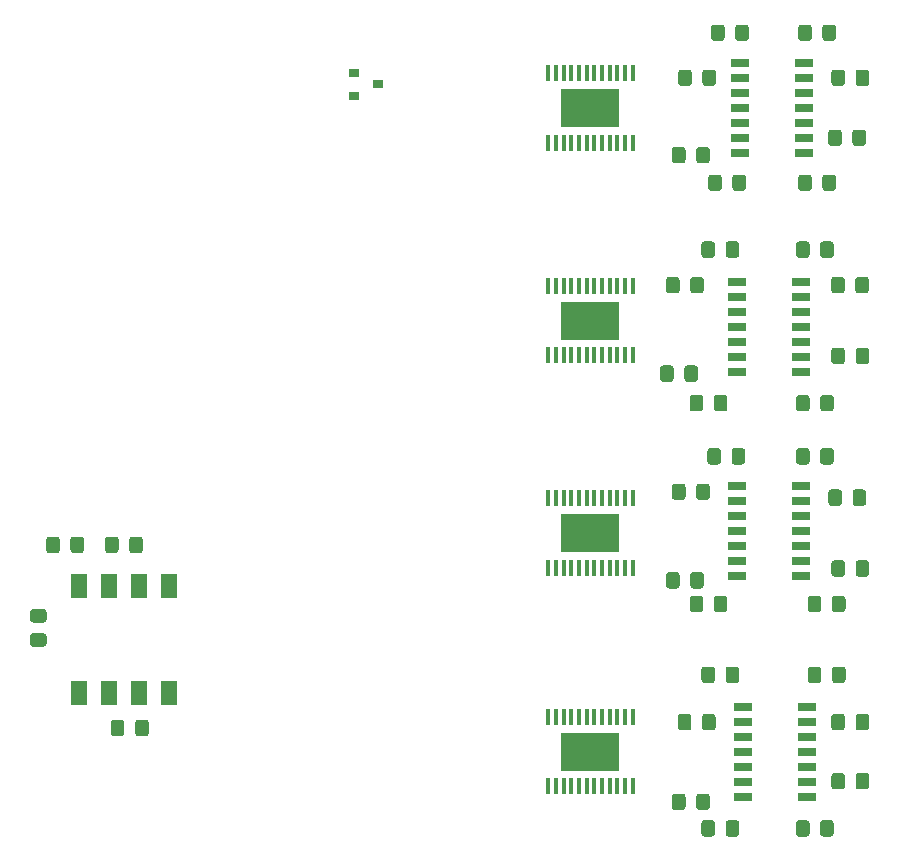
<source format=gbr>
%TF.GenerationSoftware,KiCad,Pcbnew,(5.1.7)-1*%
%TF.CreationDate,2021-02-27T14:43:54+01:00*%
%TF.ProjectId,MidiToCV,4d696469-546f-4435-962e-6b696361645f,rev?*%
%TF.SameCoordinates,Original*%
%TF.FileFunction,Paste,Top*%
%TF.FilePolarity,Positive*%
%FSLAX46Y46*%
G04 Gerber Fmt 4.6, Leading zero omitted, Abs format (unit mm)*
G04 Created by KiCad (PCBNEW (5.1.7)-1) date 2021-02-27 14:43:54*
%MOMM*%
%LPD*%
G01*
G04 APERTURE LIST*
%ADD10R,1.450000X2.100000*%
%ADD11R,0.900000X0.800000*%
%ADD12R,0.450000X1.475000*%
%ADD13R,5.020000X3.250000*%
%ADD14R,1.525000X0.650000*%
G04 APERTURE END LIST*
D10*
%TO.C,U4*%
X43690000Y-67450000D03*
X46230000Y-67450000D03*
X48770000Y-67450000D03*
X51310000Y-67450000D03*
X51310000Y-76550000D03*
X48770000Y-76550000D03*
X46230000Y-76550000D03*
X43690000Y-76550000D03*
%TD*%
%TO.C,R34*%
G36*
G01*
X47050000Y-63549999D02*
X47050000Y-64450001D01*
G75*
G02*
X46800001Y-64700000I-249999J0D01*
G01*
X46149999Y-64700000D01*
G75*
G02*
X45900000Y-64450001I0J249999D01*
G01*
X45900000Y-63549999D01*
G75*
G02*
X46149999Y-63300000I249999J0D01*
G01*
X46800001Y-63300000D01*
G75*
G02*
X47050000Y-63549999I0J-249999D01*
G01*
G37*
G36*
G01*
X49100000Y-63549999D02*
X49100000Y-64450001D01*
G75*
G02*
X48850001Y-64700000I-249999J0D01*
G01*
X48199999Y-64700000D01*
G75*
G02*
X47950000Y-64450001I0J249999D01*
G01*
X47950000Y-63549999D01*
G75*
G02*
X48199999Y-63300000I249999J0D01*
G01*
X48850001Y-63300000D01*
G75*
G02*
X49100000Y-63549999I0J-249999D01*
G01*
G37*
%TD*%
%TO.C,R33*%
G36*
G01*
X40700001Y-70575000D02*
X39799999Y-70575000D01*
G75*
G02*
X39550000Y-70325001I0J249999D01*
G01*
X39550000Y-69674999D01*
G75*
G02*
X39799999Y-69425000I249999J0D01*
G01*
X40700001Y-69425000D01*
G75*
G02*
X40950000Y-69674999I0J-249999D01*
G01*
X40950000Y-70325001D01*
G75*
G02*
X40700001Y-70575000I-249999J0D01*
G01*
G37*
G36*
G01*
X40700001Y-72625000D02*
X39799999Y-72625000D01*
G75*
G02*
X39550000Y-72375001I0J249999D01*
G01*
X39550000Y-71724999D01*
G75*
G02*
X39799999Y-71475000I249999J0D01*
G01*
X40700001Y-71475000D01*
G75*
G02*
X40950000Y-71724999I0J-249999D01*
G01*
X40950000Y-72375001D01*
G75*
G02*
X40700001Y-72625000I-249999J0D01*
G01*
G37*
%TD*%
%TO.C,D1*%
G36*
G01*
X48450000Y-79950001D02*
X48450000Y-79049999D01*
G75*
G02*
X48699999Y-78800000I249999J0D01*
G01*
X49350001Y-78800000D01*
G75*
G02*
X49600000Y-79049999I0J-249999D01*
G01*
X49600000Y-79950001D01*
G75*
G02*
X49350001Y-80200000I-249999J0D01*
G01*
X48699999Y-80200000D01*
G75*
G02*
X48450000Y-79950001I0J249999D01*
G01*
G37*
G36*
G01*
X46400000Y-79950001D02*
X46400000Y-79049999D01*
G75*
G02*
X46649999Y-78800000I249999J0D01*
G01*
X47300001Y-78800000D01*
G75*
G02*
X47550000Y-79049999I0J-249999D01*
G01*
X47550000Y-79950001D01*
G75*
G02*
X47300001Y-80200000I-249999J0D01*
G01*
X46649999Y-80200000D01*
G75*
G02*
X46400000Y-79950001I0J249999D01*
G01*
G37*
%TD*%
%TO.C,C1*%
G36*
G01*
X42975000Y-64450001D02*
X42975000Y-63549999D01*
G75*
G02*
X43224999Y-63300000I249999J0D01*
G01*
X43875001Y-63300000D01*
G75*
G02*
X44125000Y-63549999I0J-249999D01*
G01*
X44125000Y-64450001D01*
G75*
G02*
X43875001Y-64700000I-249999J0D01*
G01*
X43224999Y-64700000D01*
G75*
G02*
X42975000Y-64450001I0J249999D01*
G01*
G37*
G36*
G01*
X40925000Y-64450001D02*
X40925000Y-63549999D01*
G75*
G02*
X41174999Y-63300000I249999J0D01*
G01*
X41825001Y-63300000D01*
G75*
G02*
X42075000Y-63549999I0J-249999D01*
G01*
X42075000Y-64450001D01*
G75*
G02*
X41825001Y-64700000I-249999J0D01*
G01*
X41174999Y-64700000D01*
G75*
G02*
X40925000Y-64450001I0J249999D01*
G01*
G37*
%TD*%
D11*
%TO.C,U2*%
X69000000Y-25000000D03*
X67000000Y-25950000D03*
X67000000Y-24050000D03*
%TD*%
D12*
%TO.C,IC4*%
X90575000Y-78562000D03*
X89925000Y-78562000D03*
X89275000Y-78562000D03*
X88625000Y-78562000D03*
X87975000Y-78562000D03*
X87325000Y-78562000D03*
X86675000Y-78562000D03*
X86025000Y-78562000D03*
X85375000Y-78562000D03*
X84725000Y-78562000D03*
X84075000Y-78562000D03*
X83425000Y-78562000D03*
X83425000Y-84438000D03*
X84075000Y-84438000D03*
X84725000Y-84438000D03*
X85375000Y-84438000D03*
X86025000Y-84438000D03*
X86675000Y-84438000D03*
X87325000Y-84438000D03*
X87975000Y-84438000D03*
X88625000Y-84438000D03*
X89275000Y-84438000D03*
X89925000Y-84438000D03*
X90575000Y-84438000D03*
D13*
X87000000Y-81500000D03*
%TD*%
D12*
%TO.C,IC3*%
X90575000Y-60062000D03*
X89925000Y-60062000D03*
X89275000Y-60062000D03*
X88625000Y-60062000D03*
X87975000Y-60062000D03*
X87325000Y-60062000D03*
X86675000Y-60062000D03*
X86025000Y-60062000D03*
X85375000Y-60062000D03*
X84725000Y-60062000D03*
X84075000Y-60062000D03*
X83425000Y-60062000D03*
X83425000Y-65938000D03*
X84075000Y-65938000D03*
X84725000Y-65938000D03*
X85375000Y-65938000D03*
X86025000Y-65938000D03*
X86675000Y-65938000D03*
X87325000Y-65938000D03*
X87975000Y-65938000D03*
X88625000Y-65938000D03*
X89275000Y-65938000D03*
X89925000Y-65938000D03*
X90575000Y-65938000D03*
D13*
X87000000Y-63000000D03*
%TD*%
D12*
%TO.C,IC2*%
X90575000Y-42062000D03*
X89925000Y-42062000D03*
X89275000Y-42062000D03*
X88625000Y-42062000D03*
X87975000Y-42062000D03*
X87325000Y-42062000D03*
X86675000Y-42062000D03*
X86025000Y-42062000D03*
X85375000Y-42062000D03*
X84725000Y-42062000D03*
X84075000Y-42062000D03*
X83425000Y-42062000D03*
X83425000Y-47938000D03*
X84075000Y-47938000D03*
X84725000Y-47938000D03*
X85375000Y-47938000D03*
X86025000Y-47938000D03*
X86675000Y-47938000D03*
X87325000Y-47938000D03*
X87975000Y-47938000D03*
X88625000Y-47938000D03*
X89275000Y-47938000D03*
X89925000Y-47938000D03*
X90575000Y-47938000D03*
D13*
X87000000Y-45000000D03*
%TD*%
D12*
%TO.C,IC1*%
X90575000Y-24062000D03*
X89925000Y-24062000D03*
X89275000Y-24062000D03*
X88625000Y-24062000D03*
X87975000Y-24062000D03*
X87325000Y-24062000D03*
X86675000Y-24062000D03*
X86025000Y-24062000D03*
X85375000Y-24062000D03*
X84725000Y-24062000D03*
X84075000Y-24062000D03*
X83425000Y-24062000D03*
X83425000Y-29938000D03*
X84075000Y-29938000D03*
X84725000Y-29938000D03*
X85375000Y-29938000D03*
X86025000Y-29938000D03*
X86675000Y-29938000D03*
X87325000Y-29938000D03*
X87975000Y-29938000D03*
X88625000Y-29938000D03*
X89275000Y-29938000D03*
X89925000Y-29938000D03*
X90575000Y-29938000D03*
D13*
X87000000Y-27000000D03*
%TD*%
D14*
%TO.C,U7*%
X99893000Y-77705000D03*
X99893000Y-78975000D03*
X99893000Y-80245000D03*
X99893000Y-81515000D03*
X99893000Y-82785000D03*
X99893000Y-84055000D03*
X99893000Y-85325000D03*
X105317000Y-85325000D03*
X105317000Y-84055000D03*
X105317000Y-82785000D03*
X105317000Y-81515000D03*
X105317000Y-80245000D03*
X105317000Y-78975000D03*
X105317000Y-77705000D03*
%TD*%
%TO.C,U5*%
X99413000Y-58975000D03*
X99413000Y-60245000D03*
X99413000Y-61515000D03*
X99413000Y-62785000D03*
X99413000Y-64055000D03*
X99413000Y-65325000D03*
X99413000Y-66595000D03*
X104837000Y-66595000D03*
X104837000Y-65325000D03*
X104837000Y-64055000D03*
X104837000Y-62785000D03*
X104837000Y-61515000D03*
X104837000Y-60245000D03*
X104837000Y-58975000D03*
%TD*%
%TO.C,U3*%
X99413000Y-41705000D03*
X99413000Y-42975000D03*
X99413000Y-44245000D03*
X99413000Y-45515000D03*
X99413000Y-46785000D03*
X99413000Y-48055000D03*
X99413000Y-49325000D03*
X104837000Y-49325000D03*
X104837000Y-48055000D03*
X104837000Y-46785000D03*
X104837000Y-45515000D03*
X104837000Y-44245000D03*
X104837000Y-42975000D03*
X104837000Y-41705000D03*
%TD*%
%TO.C,R32*%
G36*
G01*
X108550000Y-83549999D02*
X108550000Y-84450001D01*
G75*
G02*
X108300001Y-84700000I-249999J0D01*
G01*
X107649999Y-84700000D01*
G75*
G02*
X107400000Y-84450001I0J249999D01*
G01*
X107400000Y-83549999D01*
G75*
G02*
X107649999Y-83300000I249999J0D01*
G01*
X108300001Y-83300000D01*
G75*
G02*
X108550000Y-83549999I0J-249999D01*
G01*
G37*
G36*
G01*
X110600000Y-83549999D02*
X110600000Y-84450001D01*
G75*
G02*
X110350001Y-84700000I-249999J0D01*
G01*
X109699999Y-84700000D01*
G75*
G02*
X109450000Y-84450001I0J249999D01*
G01*
X109450000Y-83549999D01*
G75*
G02*
X109699999Y-83300000I249999J0D01*
G01*
X110350001Y-83300000D01*
G75*
G02*
X110600000Y-83549999I0J-249999D01*
G01*
G37*
%TD*%
%TO.C,R31*%
G36*
G01*
X109450000Y-79450001D02*
X109450000Y-78549999D01*
G75*
G02*
X109699999Y-78300000I249999J0D01*
G01*
X110350001Y-78300000D01*
G75*
G02*
X110600000Y-78549999I0J-249999D01*
G01*
X110600000Y-79450001D01*
G75*
G02*
X110350001Y-79700000I-249999J0D01*
G01*
X109699999Y-79700000D01*
G75*
G02*
X109450000Y-79450001I0J249999D01*
G01*
G37*
G36*
G01*
X107400000Y-79450001D02*
X107400000Y-78549999D01*
G75*
G02*
X107649999Y-78300000I249999J0D01*
G01*
X108300001Y-78300000D01*
G75*
G02*
X108550000Y-78549999I0J-249999D01*
G01*
X108550000Y-79450001D01*
G75*
G02*
X108300001Y-79700000I-249999J0D01*
G01*
X107649999Y-79700000D01*
G75*
G02*
X107400000Y-79450001I0J249999D01*
G01*
G37*
%TD*%
%TO.C,R30*%
G36*
G01*
X106450000Y-88450001D02*
X106450000Y-87549999D01*
G75*
G02*
X106699999Y-87300000I249999J0D01*
G01*
X107350001Y-87300000D01*
G75*
G02*
X107600000Y-87549999I0J-249999D01*
G01*
X107600000Y-88450001D01*
G75*
G02*
X107350001Y-88700000I-249999J0D01*
G01*
X106699999Y-88700000D01*
G75*
G02*
X106450000Y-88450001I0J249999D01*
G01*
G37*
G36*
G01*
X104400000Y-88450001D02*
X104400000Y-87549999D01*
G75*
G02*
X104649999Y-87300000I249999J0D01*
G01*
X105300001Y-87300000D01*
G75*
G02*
X105550000Y-87549999I0J-249999D01*
G01*
X105550000Y-88450001D01*
G75*
G02*
X105300001Y-88700000I-249999J0D01*
G01*
X104649999Y-88700000D01*
G75*
G02*
X104400000Y-88450001I0J249999D01*
G01*
G37*
%TD*%
%TO.C,R29*%
G36*
G01*
X106550000Y-74549999D02*
X106550000Y-75450001D01*
G75*
G02*
X106300001Y-75700000I-249999J0D01*
G01*
X105649999Y-75700000D01*
G75*
G02*
X105400000Y-75450001I0J249999D01*
G01*
X105400000Y-74549999D01*
G75*
G02*
X105649999Y-74300000I249999J0D01*
G01*
X106300001Y-74300000D01*
G75*
G02*
X106550000Y-74549999I0J-249999D01*
G01*
G37*
G36*
G01*
X108600000Y-74549999D02*
X108600000Y-75450001D01*
G75*
G02*
X108350001Y-75700000I-249999J0D01*
G01*
X107699999Y-75700000D01*
G75*
G02*
X107450000Y-75450001I0J249999D01*
G01*
X107450000Y-74549999D01*
G75*
G02*
X107699999Y-74300000I249999J0D01*
G01*
X108350001Y-74300000D01*
G75*
G02*
X108600000Y-74549999I0J-249999D01*
G01*
G37*
%TD*%
%TO.C,R28*%
G36*
G01*
X98450000Y-75450001D02*
X98450000Y-74549999D01*
G75*
G02*
X98699999Y-74300000I249999J0D01*
G01*
X99350001Y-74300000D01*
G75*
G02*
X99600000Y-74549999I0J-249999D01*
G01*
X99600000Y-75450001D01*
G75*
G02*
X99350001Y-75700000I-249999J0D01*
G01*
X98699999Y-75700000D01*
G75*
G02*
X98450000Y-75450001I0J249999D01*
G01*
G37*
G36*
G01*
X96400000Y-75450001D02*
X96400000Y-74549999D01*
G75*
G02*
X96649999Y-74300000I249999J0D01*
G01*
X97300001Y-74300000D01*
G75*
G02*
X97550000Y-74549999I0J-249999D01*
G01*
X97550000Y-75450001D01*
G75*
G02*
X97300001Y-75700000I-249999J0D01*
G01*
X96649999Y-75700000D01*
G75*
G02*
X96400000Y-75450001I0J249999D01*
G01*
G37*
%TD*%
%TO.C,R27*%
G36*
G01*
X97550000Y-87549999D02*
X97550000Y-88450001D01*
G75*
G02*
X97300001Y-88700000I-249999J0D01*
G01*
X96649999Y-88700000D01*
G75*
G02*
X96400000Y-88450001I0J249999D01*
G01*
X96400000Y-87549999D01*
G75*
G02*
X96649999Y-87300000I249999J0D01*
G01*
X97300001Y-87300000D01*
G75*
G02*
X97550000Y-87549999I0J-249999D01*
G01*
G37*
G36*
G01*
X99600000Y-87549999D02*
X99600000Y-88450001D01*
G75*
G02*
X99350001Y-88700000I-249999J0D01*
G01*
X98699999Y-88700000D01*
G75*
G02*
X98450000Y-88450001I0J249999D01*
G01*
X98450000Y-87549999D01*
G75*
G02*
X98699999Y-87300000I249999J0D01*
G01*
X99350001Y-87300000D01*
G75*
G02*
X99600000Y-87549999I0J-249999D01*
G01*
G37*
%TD*%
%TO.C,R26*%
G36*
G01*
X96450000Y-79450001D02*
X96450000Y-78549999D01*
G75*
G02*
X96699999Y-78300000I249999J0D01*
G01*
X97350001Y-78300000D01*
G75*
G02*
X97600000Y-78549999I0J-249999D01*
G01*
X97600000Y-79450001D01*
G75*
G02*
X97350001Y-79700000I-249999J0D01*
G01*
X96699999Y-79700000D01*
G75*
G02*
X96450000Y-79450001I0J249999D01*
G01*
G37*
G36*
G01*
X94400000Y-79450001D02*
X94400000Y-78549999D01*
G75*
G02*
X94649999Y-78300000I249999J0D01*
G01*
X95300001Y-78300000D01*
G75*
G02*
X95550000Y-78549999I0J-249999D01*
G01*
X95550000Y-79450001D01*
G75*
G02*
X95300001Y-79700000I-249999J0D01*
G01*
X94649999Y-79700000D01*
G75*
G02*
X94400000Y-79450001I0J249999D01*
G01*
G37*
%TD*%
%TO.C,R25*%
G36*
G01*
X95050000Y-85299999D02*
X95050000Y-86200001D01*
G75*
G02*
X94800001Y-86450000I-249999J0D01*
G01*
X94149999Y-86450000D01*
G75*
G02*
X93900000Y-86200001I0J249999D01*
G01*
X93900000Y-85299999D01*
G75*
G02*
X94149999Y-85050000I249999J0D01*
G01*
X94800001Y-85050000D01*
G75*
G02*
X95050000Y-85299999I0J-249999D01*
G01*
G37*
G36*
G01*
X97100000Y-85299999D02*
X97100000Y-86200001D01*
G75*
G02*
X96850001Y-86450000I-249999J0D01*
G01*
X96199999Y-86450000D01*
G75*
G02*
X95950000Y-86200001I0J249999D01*
G01*
X95950000Y-85299999D01*
G75*
G02*
X96199999Y-85050000I249999J0D01*
G01*
X96850001Y-85050000D01*
G75*
G02*
X97100000Y-85299999I0J-249999D01*
G01*
G37*
%TD*%
%TO.C,R24*%
G36*
G01*
X108550000Y-65549999D02*
X108550000Y-66450001D01*
G75*
G02*
X108300001Y-66700000I-249999J0D01*
G01*
X107649999Y-66700000D01*
G75*
G02*
X107400000Y-66450001I0J249999D01*
G01*
X107400000Y-65549999D01*
G75*
G02*
X107649999Y-65300000I249999J0D01*
G01*
X108300001Y-65300000D01*
G75*
G02*
X108550000Y-65549999I0J-249999D01*
G01*
G37*
G36*
G01*
X110600000Y-65549999D02*
X110600000Y-66450001D01*
G75*
G02*
X110350001Y-66700000I-249999J0D01*
G01*
X109699999Y-66700000D01*
G75*
G02*
X109450000Y-66450001I0J249999D01*
G01*
X109450000Y-65549999D01*
G75*
G02*
X109699999Y-65300000I249999J0D01*
G01*
X110350001Y-65300000D01*
G75*
G02*
X110600000Y-65549999I0J-249999D01*
G01*
G37*
%TD*%
%TO.C,R23*%
G36*
G01*
X109200000Y-60450001D02*
X109200000Y-59549999D01*
G75*
G02*
X109449999Y-59300000I249999J0D01*
G01*
X110100001Y-59300000D01*
G75*
G02*
X110350000Y-59549999I0J-249999D01*
G01*
X110350000Y-60450001D01*
G75*
G02*
X110100001Y-60700000I-249999J0D01*
G01*
X109449999Y-60700000D01*
G75*
G02*
X109200000Y-60450001I0J249999D01*
G01*
G37*
G36*
G01*
X107150000Y-60450001D02*
X107150000Y-59549999D01*
G75*
G02*
X107399999Y-59300000I249999J0D01*
G01*
X108050001Y-59300000D01*
G75*
G02*
X108300000Y-59549999I0J-249999D01*
G01*
X108300000Y-60450001D01*
G75*
G02*
X108050001Y-60700000I-249999J0D01*
G01*
X107399999Y-60700000D01*
G75*
G02*
X107150000Y-60450001I0J249999D01*
G01*
G37*
%TD*%
%TO.C,R22*%
G36*
G01*
X107450000Y-69450001D02*
X107450000Y-68549999D01*
G75*
G02*
X107699999Y-68300000I249999J0D01*
G01*
X108350001Y-68300000D01*
G75*
G02*
X108600000Y-68549999I0J-249999D01*
G01*
X108600000Y-69450001D01*
G75*
G02*
X108350001Y-69700000I-249999J0D01*
G01*
X107699999Y-69700000D01*
G75*
G02*
X107450000Y-69450001I0J249999D01*
G01*
G37*
G36*
G01*
X105400000Y-69450001D02*
X105400000Y-68549999D01*
G75*
G02*
X105649999Y-68300000I249999J0D01*
G01*
X106300001Y-68300000D01*
G75*
G02*
X106550000Y-68549999I0J-249999D01*
G01*
X106550000Y-69450001D01*
G75*
G02*
X106300001Y-69700000I-249999J0D01*
G01*
X105649999Y-69700000D01*
G75*
G02*
X105400000Y-69450001I0J249999D01*
G01*
G37*
%TD*%
%TO.C,R21*%
G36*
G01*
X105550000Y-56049999D02*
X105550000Y-56950001D01*
G75*
G02*
X105300001Y-57200000I-249999J0D01*
G01*
X104649999Y-57200000D01*
G75*
G02*
X104400000Y-56950001I0J249999D01*
G01*
X104400000Y-56049999D01*
G75*
G02*
X104649999Y-55800000I249999J0D01*
G01*
X105300001Y-55800000D01*
G75*
G02*
X105550000Y-56049999I0J-249999D01*
G01*
G37*
G36*
G01*
X107600000Y-56049999D02*
X107600000Y-56950001D01*
G75*
G02*
X107350001Y-57200000I-249999J0D01*
G01*
X106699999Y-57200000D01*
G75*
G02*
X106450000Y-56950001I0J249999D01*
G01*
X106450000Y-56049999D01*
G75*
G02*
X106699999Y-55800000I249999J0D01*
G01*
X107350001Y-55800000D01*
G75*
G02*
X107600000Y-56049999I0J-249999D01*
G01*
G37*
%TD*%
%TO.C,R20*%
G36*
G01*
X98950000Y-56950001D02*
X98950000Y-56049999D01*
G75*
G02*
X99199999Y-55800000I249999J0D01*
G01*
X99850001Y-55800000D01*
G75*
G02*
X100100000Y-56049999I0J-249999D01*
G01*
X100100000Y-56950001D01*
G75*
G02*
X99850001Y-57200000I-249999J0D01*
G01*
X99199999Y-57200000D01*
G75*
G02*
X98950000Y-56950001I0J249999D01*
G01*
G37*
G36*
G01*
X96900000Y-56950001D02*
X96900000Y-56049999D01*
G75*
G02*
X97149999Y-55800000I249999J0D01*
G01*
X97800001Y-55800000D01*
G75*
G02*
X98050000Y-56049999I0J-249999D01*
G01*
X98050000Y-56950001D01*
G75*
G02*
X97800001Y-57200000I-249999J0D01*
G01*
X97149999Y-57200000D01*
G75*
G02*
X96900000Y-56950001I0J249999D01*
G01*
G37*
%TD*%
%TO.C,R19*%
G36*
G01*
X96550000Y-68549999D02*
X96550000Y-69450001D01*
G75*
G02*
X96300001Y-69700000I-249999J0D01*
G01*
X95649999Y-69700000D01*
G75*
G02*
X95400000Y-69450001I0J249999D01*
G01*
X95400000Y-68549999D01*
G75*
G02*
X95649999Y-68300000I249999J0D01*
G01*
X96300001Y-68300000D01*
G75*
G02*
X96550000Y-68549999I0J-249999D01*
G01*
G37*
G36*
G01*
X98600000Y-68549999D02*
X98600000Y-69450001D01*
G75*
G02*
X98350001Y-69700000I-249999J0D01*
G01*
X97699999Y-69700000D01*
G75*
G02*
X97450000Y-69450001I0J249999D01*
G01*
X97450000Y-68549999D01*
G75*
G02*
X97699999Y-68300000I249999J0D01*
G01*
X98350001Y-68300000D01*
G75*
G02*
X98600000Y-68549999I0J-249999D01*
G01*
G37*
%TD*%
%TO.C,R18*%
G36*
G01*
X95950000Y-59950001D02*
X95950000Y-59049999D01*
G75*
G02*
X96199999Y-58800000I249999J0D01*
G01*
X96850001Y-58800000D01*
G75*
G02*
X97100000Y-59049999I0J-249999D01*
G01*
X97100000Y-59950001D01*
G75*
G02*
X96850001Y-60200000I-249999J0D01*
G01*
X96199999Y-60200000D01*
G75*
G02*
X95950000Y-59950001I0J249999D01*
G01*
G37*
G36*
G01*
X93900000Y-59950001D02*
X93900000Y-59049999D01*
G75*
G02*
X94149999Y-58800000I249999J0D01*
G01*
X94800001Y-58800000D01*
G75*
G02*
X95050000Y-59049999I0J-249999D01*
G01*
X95050000Y-59950001D01*
G75*
G02*
X94800001Y-60200000I-249999J0D01*
G01*
X94149999Y-60200000D01*
G75*
G02*
X93900000Y-59950001I0J249999D01*
G01*
G37*
%TD*%
%TO.C,R17*%
G36*
G01*
X94550000Y-66549999D02*
X94550000Y-67450001D01*
G75*
G02*
X94300001Y-67700000I-249999J0D01*
G01*
X93649999Y-67700000D01*
G75*
G02*
X93400000Y-67450001I0J249999D01*
G01*
X93400000Y-66549999D01*
G75*
G02*
X93649999Y-66300000I249999J0D01*
G01*
X94300001Y-66300000D01*
G75*
G02*
X94550000Y-66549999I0J-249999D01*
G01*
G37*
G36*
G01*
X96600000Y-66549999D02*
X96600000Y-67450001D01*
G75*
G02*
X96350001Y-67700000I-249999J0D01*
G01*
X95699999Y-67700000D01*
G75*
G02*
X95450000Y-67450001I0J249999D01*
G01*
X95450000Y-66549999D01*
G75*
G02*
X95699999Y-66300000I249999J0D01*
G01*
X96350001Y-66300000D01*
G75*
G02*
X96600000Y-66549999I0J-249999D01*
G01*
G37*
%TD*%
%TO.C,R16*%
G36*
G01*
X108550000Y-47549999D02*
X108550000Y-48450001D01*
G75*
G02*
X108300001Y-48700000I-249999J0D01*
G01*
X107649999Y-48700000D01*
G75*
G02*
X107400000Y-48450001I0J249999D01*
G01*
X107400000Y-47549999D01*
G75*
G02*
X107649999Y-47300000I249999J0D01*
G01*
X108300001Y-47300000D01*
G75*
G02*
X108550000Y-47549999I0J-249999D01*
G01*
G37*
G36*
G01*
X110600000Y-47549999D02*
X110600000Y-48450001D01*
G75*
G02*
X110350001Y-48700000I-249999J0D01*
G01*
X109699999Y-48700000D01*
G75*
G02*
X109450000Y-48450001I0J249999D01*
G01*
X109450000Y-47549999D01*
G75*
G02*
X109699999Y-47300000I249999J0D01*
G01*
X110350001Y-47300000D01*
G75*
G02*
X110600000Y-47549999I0J-249999D01*
G01*
G37*
%TD*%
%TO.C,R15*%
G36*
G01*
X109425000Y-42450001D02*
X109425000Y-41549999D01*
G75*
G02*
X109674999Y-41300000I249999J0D01*
G01*
X110325001Y-41300000D01*
G75*
G02*
X110575000Y-41549999I0J-249999D01*
G01*
X110575000Y-42450001D01*
G75*
G02*
X110325001Y-42700000I-249999J0D01*
G01*
X109674999Y-42700000D01*
G75*
G02*
X109425000Y-42450001I0J249999D01*
G01*
G37*
G36*
G01*
X107375000Y-42450001D02*
X107375000Y-41549999D01*
G75*
G02*
X107624999Y-41300000I249999J0D01*
G01*
X108275001Y-41300000D01*
G75*
G02*
X108525000Y-41549999I0J-249999D01*
G01*
X108525000Y-42450001D01*
G75*
G02*
X108275001Y-42700000I-249999J0D01*
G01*
X107624999Y-42700000D01*
G75*
G02*
X107375000Y-42450001I0J249999D01*
G01*
G37*
%TD*%
%TO.C,R14*%
G36*
G01*
X106450000Y-52450001D02*
X106450000Y-51549999D01*
G75*
G02*
X106699999Y-51300000I249999J0D01*
G01*
X107350001Y-51300000D01*
G75*
G02*
X107600000Y-51549999I0J-249999D01*
G01*
X107600000Y-52450001D01*
G75*
G02*
X107350001Y-52700000I-249999J0D01*
G01*
X106699999Y-52700000D01*
G75*
G02*
X106450000Y-52450001I0J249999D01*
G01*
G37*
G36*
G01*
X104400000Y-52450001D02*
X104400000Y-51549999D01*
G75*
G02*
X104649999Y-51300000I249999J0D01*
G01*
X105300001Y-51300000D01*
G75*
G02*
X105550000Y-51549999I0J-249999D01*
G01*
X105550000Y-52450001D01*
G75*
G02*
X105300001Y-52700000I-249999J0D01*
G01*
X104649999Y-52700000D01*
G75*
G02*
X104400000Y-52450001I0J249999D01*
G01*
G37*
%TD*%
%TO.C,R13*%
G36*
G01*
X105550000Y-38549999D02*
X105550000Y-39450001D01*
G75*
G02*
X105300001Y-39700000I-249999J0D01*
G01*
X104649999Y-39700000D01*
G75*
G02*
X104400000Y-39450001I0J249999D01*
G01*
X104400000Y-38549999D01*
G75*
G02*
X104649999Y-38300000I249999J0D01*
G01*
X105300001Y-38300000D01*
G75*
G02*
X105550000Y-38549999I0J-249999D01*
G01*
G37*
G36*
G01*
X107600000Y-38549999D02*
X107600000Y-39450001D01*
G75*
G02*
X107350001Y-39700000I-249999J0D01*
G01*
X106699999Y-39700000D01*
G75*
G02*
X106450000Y-39450001I0J249999D01*
G01*
X106450000Y-38549999D01*
G75*
G02*
X106699999Y-38300000I249999J0D01*
G01*
X107350001Y-38300000D01*
G75*
G02*
X107600000Y-38549999I0J-249999D01*
G01*
G37*
%TD*%
%TO.C,R12*%
G36*
G01*
X98450000Y-39450001D02*
X98450000Y-38549999D01*
G75*
G02*
X98699999Y-38300000I249999J0D01*
G01*
X99350001Y-38300000D01*
G75*
G02*
X99600000Y-38549999I0J-249999D01*
G01*
X99600000Y-39450001D01*
G75*
G02*
X99350001Y-39700000I-249999J0D01*
G01*
X98699999Y-39700000D01*
G75*
G02*
X98450000Y-39450001I0J249999D01*
G01*
G37*
G36*
G01*
X96400000Y-39450001D02*
X96400000Y-38549999D01*
G75*
G02*
X96649999Y-38300000I249999J0D01*
G01*
X97300001Y-38300000D01*
G75*
G02*
X97550000Y-38549999I0J-249999D01*
G01*
X97550000Y-39450001D01*
G75*
G02*
X97300001Y-39700000I-249999J0D01*
G01*
X96649999Y-39700000D01*
G75*
G02*
X96400000Y-39450001I0J249999D01*
G01*
G37*
%TD*%
%TO.C,R11*%
G36*
G01*
X96550000Y-51549999D02*
X96550000Y-52450001D01*
G75*
G02*
X96300001Y-52700000I-249999J0D01*
G01*
X95649999Y-52700000D01*
G75*
G02*
X95400000Y-52450001I0J249999D01*
G01*
X95400000Y-51549999D01*
G75*
G02*
X95649999Y-51300000I249999J0D01*
G01*
X96300001Y-51300000D01*
G75*
G02*
X96550000Y-51549999I0J-249999D01*
G01*
G37*
G36*
G01*
X98600000Y-51549999D02*
X98600000Y-52450001D01*
G75*
G02*
X98350001Y-52700000I-249999J0D01*
G01*
X97699999Y-52700000D01*
G75*
G02*
X97450000Y-52450001I0J249999D01*
G01*
X97450000Y-51549999D01*
G75*
G02*
X97699999Y-51300000I249999J0D01*
G01*
X98350001Y-51300000D01*
G75*
G02*
X98600000Y-51549999I0J-249999D01*
G01*
G37*
%TD*%
%TO.C,R10*%
G36*
G01*
X95450000Y-42450001D02*
X95450000Y-41549999D01*
G75*
G02*
X95699999Y-41300000I249999J0D01*
G01*
X96350001Y-41300000D01*
G75*
G02*
X96600000Y-41549999I0J-249999D01*
G01*
X96600000Y-42450001D01*
G75*
G02*
X96350001Y-42700000I-249999J0D01*
G01*
X95699999Y-42700000D01*
G75*
G02*
X95450000Y-42450001I0J249999D01*
G01*
G37*
G36*
G01*
X93400000Y-42450001D02*
X93400000Y-41549999D01*
G75*
G02*
X93649999Y-41300000I249999J0D01*
G01*
X94300001Y-41300000D01*
G75*
G02*
X94550000Y-41549999I0J-249999D01*
G01*
X94550000Y-42450001D01*
G75*
G02*
X94300001Y-42700000I-249999J0D01*
G01*
X93649999Y-42700000D01*
G75*
G02*
X93400000Y-42450001I0J249999D01*
G01*
G37*
%TD*%
%TO.C,R9*%
G36*
G01*
X94050000Y-49049999D02*
X94050000Y-49950001D01*
G75*
G02*
X93800001Y-50200000I-249999J0D01*
G01*
X93149999Y-50200000D01*
G75*
G02*
X92900000Y-49950001I0J249999D01*
G01*
X92900000Y-49049999D01*
G75*
G02*
X93149999Y-48800000I249999J0D01*
G01*
X93800001Y-48800000D01*
G75*
G02*
X94050000Y-49049999I0J-249999D01*
G01*
G37*
G36*
G01*
X96100000Y-49049999D02*
X96100000Y-49950001D01*
G75*
G02*
X95850001Y-50200000I-249999J0D01*
G01*
X95199999Y-50200000D01*
G75*
G02*
X94950000Y-49950001I0J249999D01*
G01*
X94950000Y-49049999D01*
G75*
G02*
X95199999Y-48800000I249999J0D01*
G01*
X95850001Y-48800000D01*
G75*
G02*
X96100000Y-49049999I0J-249999D01*
G01*
G37*
%TD*%
%TO.C,U1*%
X99668000Y-23180000D03*
X99668000Y-24450000D03*
X99668000Y-25720000D03*
X99668000Y-26990000D03*
X99668000Y-28260000D03*
X99668000Y-29530000D03*
X99668000Y-30800000D03*
X105092000Y-30800000D03*
X105092000Y-29530000D03*
X105092000Y-28260000D03*
X105092000Y-26990000D03*
X105092000Y-25720000D03*
X105092000Y-24450000D03*
X105092000Y-23180000D03*
%TD*%
%TO.C,R8*%
G36*
G01*
X108280000Y-29079999D02*
X108280000Y-29980001D01*
G75*
G02*
X108030001Y-30230000I-249999J0D01*
G01*
X107379999Y-30230000D01*
G75*
G02*
X107130000Y-29980001I0J249999D01*
G01*
X107130000Y-29079999D01*
G75*
G02*
X107379999Y-28830000I249999J0D01*
G01*
X108030001Y-28830000D01*
G75*
G02*
X108280000Y-29079999I0J-249999D01*
G01*
G37*
G36*
G01*
X110330000Y-29079999D02*
X110330000Y-29980001D01*
G75*
G02*
X110080001Y-30230000I-249999J0D01*
G01*
X109429999Y-30230000D01*
G75*
G02*
X109180000Y-29980001I0J249999D01*
G01*
X109180000Y-29079999D01*
G75*
G02*
X109429999Y-28830000I249999J0D01*
G01*
X110080001Y-28830000D01*
G75*
G02*
X110330000Y-29079999I0J-249999D01*
G01*
G37*
%TD*%
%TO.C,R7*%
G36*
G01*
X106640000Y-33790001D02*
X106640000Y-32889999D01*
G75*
G02*
X106889999Y-32640000I249999J0D01*
G01*
X107540001Y-32640000D01*
G75*
G02*
X107790000Y-32889999I0J-249999D01*
G01*
X107790000Y-33790001D01*
G75*
G02*
X107540001Y-34040000I-249999J0D01*
G01*
X106889999Y-34040000D01*
G75*
G02*
X106640000Y-33790001I0J249999D01*
G01*
G37*
G36*
G01*
X104590000Y-33790001D02*
X104590000Y-32889999D01*
G75*
G02*
X104839999Y-32640000I249999J0D01*
G01*
X105490001Y-32640000D01*
G75*
G02*
X105740000Y-32889999I0J-249999D01*
G01*
X105740000Y-33790001D01*
G75*
G02*
X105490001Y-34040000I-249999J0D01*
G01*
X104839999Y-34040000D01*
G75*
G02*
X104590000Y-33790001I0J249999D01*
G01*
G37*
%TD*%
%TO.C,R6*%
G36*
G01*
X109450000Y-24900001D02*
X109450000Y-23999999D01*
G75*
G02*
X109699999Y-23750000I249999J0D01*
G01*
X110350001Y-23750000D01*
G75*
G02*
X110600000Y-23999999I0J-249999D01*
G01*
X110600000Y-24900001D01*
G75*
G02*
X110350001Y-25150000I-249999J0D01*
G01*
X109699999Y-25150000D01*
G75*
G02*
X109450000Y-24900001I0J249999D01*
G01*
G37*
G36*
G01*
X107400000Y-24900001D02*
X107400000Y-23999999D01*
G75*
G02*
X107649999Y-23750000I249999J0D01*
G01*
X108300001Y-23750000D01*
G75*
G02*
X108550000Y-23999999I0J-249999D01*
G01*
X108550000Y-24900001D01*
G75*
G02*
X108300001Y-25150000I-249999J0D01*
G01*
X107649999Y-25150000D01*
G75*
G02*
X107400000Y-24900001I0J249999D01*
G01*
G37*
%TD*%
%TO.C,R5*%
G36*
G01*
X105740000Y-20189999D02*
X105740000Y-21090001D01*
G75*
G02*
X105490001Y-21340000I-249999J0D01*
G01*
X104839999Y-21340000D01*
G75*
G02*
X104590000Y-21090001I0J249999D01*
G01*
X104590000Y-20189999D01*
G75*
G02*
X104839999Y-19940000I249999J0D01*
G01*
X105490001Y-19940000D01*
G75*
G02*
X105740000Y-20189999I0J-249999D01*
G01*
G37*
G36*
G01*
X107790000Y-20189999D02*
X107790000Y-21090001D01*
G75*
G02*
X107540001Y-21340000I-249999J0D01*
G01*
X106889999Y-21340000D01*
G75*
G02*
X106640000Y-21090001I0J249999D01*
G01*
X106640000Y-20189999D01*
G75*
G02*
X106889999Y-19940000I249999J0D01*
G01*
X107540001Y-19940000D01*
G75*
G02*
X107790000Y-20189999I0J-249999D01*
G01*
G37*
%TD*%
%TO.C,R4*%
G36*
G01*
X96480000Y-24900001D02*
X96480000Y-23999999D01*
G75*
G02*
X96729999Y-23750000I249999J0D01*
G01*
X97380001Y-23750000D01*
G75*
G02*
X97630000Y-23999999I0J-249999D01*
G01*
X97630000Y-24900001D01*
G75*
G02*
X97380001Y-25150000I-249999J0D01*
G01*
X96729999Y-25150000D01*
G75*
G02*
X96480000Y-24900001I0J249999D01*
G01*
G37*
G36*
G01*
X94430000Y-24900001D02*
X94430000Y-23999999D01*
G75*
G02*
X94679999Y-23750000I249999J0D01*
G01*
X95330001Y-23750000D01*
G75*
G02*
X95580000Y-23999999I0J-249999D01*
G01*
X95580000Y-24900001D01*
G75*
G02*
X95330001Y-25150000I-249999J0D01*
G01*
X94679999Y-25150000D01*
G75*
G02*
X94430000Y-24900001I0J249999D01*
G01*
G37*
%TD*%
%TO.C,R3*%
G36*
G01*
X95050000Y-30549999D02*
X95050000Y-31450001D01*
G75*
G02*
X94800001Y-31700000I-249999J0D01*
G01*
X94149999Y-31700000D01*
G75*
G02*
X93900000Y-31450001I0J249999D01*
G01*
X93900000Y-30549999D01*
G75*
G02*
X94149999Y-30300000I249999J0D01*
G01*
X94800001Y-30300000D01*
G75*
G02*
X95050000Y-30549999I0J-249999D01*
G01*
G37*
G36*
G01*
X97100000Y-30549999D02*
X97100000Y-31450001D01*
G75*
G02*
X96850001Y-31700000I-249999J0D01*
G01*
X96199999Y-31700000D01*
G75*
G02*
X95950000Y-31450001I0J249999D01*
G01*
X95950000Y-30549999D01*
G75*
G02*
X96199999Y-30300000I249999J0D01*
G01*
X96850001Y-30300000D01*
G75*
G02*
X97100000Y-30549999I0J-249999D01*
G01*
G37*
%TD*%
%TO.C,R2*%
G36*
G01*
X99265000Y-21090001D02*
X99265000Y-20189999D01*
G75*
G02*
X99514999Y-19940000I249999J0D01*
G01*
X100165001Y-19940000D01*
G75*
G02*
X100415000Y-20189999I0J-249999D01*
G01*
X100415000Y-21090001D01*
G75*
G02*
X100165001Y-21340000I-249999J0D01*
G01*
X99514999Y-21340000D01*
G75*
G02*
X99265000Y-21090001I0J249999D01*
G01*
G37*
G36*
G01*
X97215000Y-21090001D02*
X97215000Y-20189999D01*
G75*
G02*
X97464999Y-19940000I249999J0D01*
G01*
X98115001Y-19940000D01*
G75*
G02*
X98365000Y-20189999I0J-249999D01*
G01*
X98365000Y-21090001D01*
G75*
G02*
X98115001Y-21340000I-249999J0D01*
G01*
X97464999Y-21340000D01*
G75*
G02*
X97215000Y-21090001I0J249999D01*
G01*
G37*
%TD*%
%TO.C,R1*%
G36*
G01*
X98120000Y-32889999D02*
X98120000Y-33790001D01*
G75*
G02*
X97870001Y-34040000I-249999J0D01*
G01*
X97219999Y-34040000D01*
G75*
G02*
X96970000Y-33790001I0J249999D01*
G01*
X96970000Y-32889999D01*
G75*
G02*
X97219999Y-32640000I249999J0D01*
G01*
X97870001Y-32640000D01*
G75*
G02*
X98120000Y-32889999I0J-249999D01*
G01*
G37*
G36*
G01*
X100170000Y-32889999D02*
X100170000Y-33790001D01*
G75*
G02*
X99920001Y-34040000I-249999J0D01*
G01*
X99269999Y-34040000D01*
G75*
G02*
X99020000Y-33790001I0J249999D01*
G01*
X99020000Y-32889999D01*
G75*
G02*
X99269999Y-32640000I249999J0D01*
G01*
X99920001Y-32640000D01*
G75*
G02*
X100170000Y-32889999I0J-249999D01*
G01*
G37*
%TD*%
M02*

</source>
